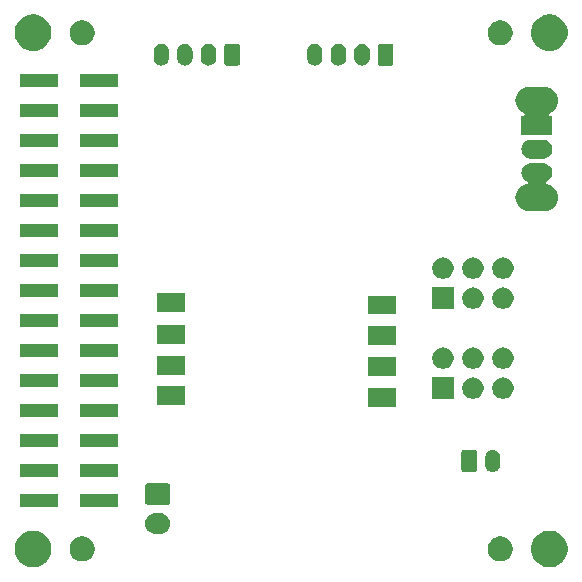
<source format=gbs>
G04 #@! TF.GenerationSoftware,KiCad,Pcbnew,5.1.5+dfsg1-2build2*
G04 #@! TF.CreationDate,2022-01-09T01:51:01+09:00*
G04 #@! TF.ProjectId,m5-pantilt,6d352d70-616e-4746-996c-742e6b696361,1*
G04 #@! TF.SameCoordinates,PX5f5e100PY5f5e100*
G04 #@! TF.FileFunction,Soldermask,Bot*
G04 #@! TF.FilePolarity,Negative*
%FSLAX46Y46*%
G04 Gerber Fmt 4.6, Leading zero omitted, Abs format (unit mm)*
G04 Created by KiCad (PCBNEW 5.1.5+dfsg1-2build2) date 2022-01-09 01:51:01*
%MOMM*%
%LPD*%
G04 APERTURE LIST*
%ADD10C,0.152000*%
G04 APERTURE END LIST*
D10*
G36*
X47152585Y4671198D02*
G01*
X47302410Y4641396D01*
X47584674Y4524479D01*
X47838705Y4354741D01*
X48054741Y4138705D01*
X48224479Y3884674D01*
X48341396Y3602410D01*
X48401000Y3302760D01*
X48401000Y2997240D01*
X48341396Y2697590D01*
X48224479Y2415326D01*
X48054741Y2161295D01*
X47838705Y1945259D01*
X47584674Y1775521D01*
X47302410Y1658604D01*
X47152585Y1628802D01*
X47002761Y1599000D01*
X46697239Y1599000D01*
X46547415Y1628802D01*
X46397590Y1658604D01*
X46115326Y1775521D01*
X45861295Y1945259D01*
X45645259Y2161295D01*
X45475521Y2415326D01*
X45358604Y2697590D01*
X45299000Y2997240D01*
X45299000Y3302760D01*
X45358604Y3602410D01*
X45475521Y3884674D01*
X45645259Y4138705D01*
X45861295Y4354741D01*
X46115326Y4524479D01*
X46397590Y4641396D01*
X46547415Y4671198D01*
X46697239Y4701000D01*
X47002761Y4701000D01*
X47152585Y4671198D01*
G37*
G36*
X3452585Y4671198D02*
G01*
X3602410Y4641396D01*
X3884674Y4524479D01*
X4138705Y4354741D01*
X4354741Y4138705D01*
X4524479Y3884674D01*
X4641396Y3602410D01*
X4701000Y3302760D01*
X4701000Y2997240D01*
X4641396Y2697590D01*
X4524479Y2415326D01*
X4354741Y2161295D01*
X4138705Y1945259D01*
X3884674Y1775521D01*
X3602410Y1658604D01*
X3452585Y1628802D01*
X3302761Y1599000D01*
X2997239Y1599000D01*
X2847415Y1628802D01*
X2697590Y1658604D01*
X2415326Y1775521D01*
X2161295Y1945259D01*
X1945259Y2161295D01*
X1775521Y2415326D01*
X1658604Y2697590D01*
X1599000Y2997240D01*
X1599000Y3302760D01*
X1658604Y3602410D01*
X1775521Y3884674D01*
X1945259Y4138705D01*
X2161295Y4354741D01*
X2415326Y4524479D01*
X2697590Y4641396D01*
X2847415Y4671198D01*
X2997239Y4701000D01*
X3302761Y4701000D01*
X3452585Y4671198D01*
G37*
G36*
X7606564Y4160611D02*
G01*
X7797833Y4081385D01*
X7797835Y4081384D01*
X7969973Y3966365D01*
X8116365Y3819973D01*
X8231385Y3647833D01*
X8310611Y3456564D01*
X8351000Y3253516D01*
X8351000Y3046484D01*
X8310611Y2843436D01*
X8250200Y2697591D01*
X8231384Y2652165D01*
X8116365Y2480027D01*
X7969973Y2333635D01*
X7797835Y2218616D01*
X7797834Y2218615D01*
X7797833Y2218615D01*
X7606564Y2139389D01*
X7403516Y2099000D01*
X7196484Y2099000D01*
X6993436Y2139389D01*
X6802167Y2218615D01*
X6802166Y2218615D01*
X6802165Y2218616D01*
X6630027Y2333635D01*
X6483635Y2480027D01*
X6368616Y2652165D01*
X6349800Y2697591D01*
X6289389Y2843436D01*
X6249000Y3046484D01*
X6249000Y3253516D01*
X6289389Y3456564D01*
X6368615Y3647833D01*
X6483635Y3819973D01*
X6630027Y3966365D01*
X6802165Y4081384D01*
X6802167Y4081385D01*
X6993436Y4160611D01*
X7196484Y4201000D01*
X7403516Y4201000D01*
X7606564Y4160611D01*
G37*
G36*
X43006564Y4160611D02*
G01*
X43197833Y4081385D01*
X43197835Y4081384D01*
X43369973Y3966365D01*
X43516365Y3819973D01*
X43631385Y3647833D01*
X43710611Y3456564D01*
X43751000Y3253516D01*
X43751000Y3046484D01*
X43710611Y2843436D01*
X43650200Y2697591D01*
X43631384Y2652165D01*
X43516365Y2480027D01*
X43369973Y2333635D01*
X43197835Y2218616D01*
X43197834Y2218615D01*
X43197833Y2218615D01*
X43006564Y2139389D01*
X42803516Y2099000D01*
X42596484Y2099000D01*
X42393436Y2139389D01*
X42202167Y2218615D01*
X42202166Y2218615D01*
X42202165Y2218616D01*
X42030027Y2333635D01*
X41883635Y2480027D01*
X41768616Y2652165D01*
X41749800Y2697591D01*
X41689389Y2843436D01*
X41649000Y3046484D01*
X41649000Y3253516D01*
X41689389Y3456564D01*
X41768615Y3647833D01*
X41883635Y3819973D01*
X42030027Y3966365D01*
X42202165Y4081384D01*
X42202167Y4081385D01*
X42393436Y4160611D01*
X42596484Y4201000D01*
X42803516Y4201000D01*
X43006564Y4160611D01*
G37*
G36*
X13960443Y6194481D02*
G01*
X14026627Y6187963D01*
X14196466Y6136443D01*
X14352991Y6052778D01*
X14388729Y6023448D01*
X14490186Y5940186D01*
X14573448Y5838729D01*
X14602778Y5802991D01*
X14686443Y5646466D01*
X14737963Y5476627D01*
X14755359Y5300000D01*
X14737963Y5123373D01*
X14686443Y4953534D01*
X14602778Y4797009D01*
X14573448Y4761271D01*
X14490186Y4659814D01*
X14388729Y4576552D01*
X14352991Y4547222D01*
X14196466Y4463557D01*
X14026627Y4412037D01*
X13960442Y4405518D01*
X13894260Y4399000D01*
X13505740Y4399000D01*
X13439558Y4405518D01*
X13373373Y4412037D01*
X13203534Y4463557D01*
X13047009Y4547222D01*
X13011271Y4576552D01*
X12909814Y4659814D01*
X12826552Y4761271D01*
X12797222Y4797009D01*
X12713557Y4953534D01*
X12662037Y5123373D01*
X12644641Y5300000D01*
X12662037Y5476627D01*
X12713557Y5646466D01*
X12797222Y5802991D01*
X12826552Y5838729D01*
X12909814Y5940186D01*
X13011271Y6023448D01*
X13047009Y6052778D01*
X13203534Y6136443D01*
X13373373Y6187963D01*
X13439557Y6194481D01*
X13505740Y6201000D01*
X13894260Y6201000D01*
X13960443Y6194481D01*
G37*
G36*
X10351000Y6669000D02*
G01*
X7099000Y6669000D01*
X7099000Y7771000D01*
X10351000Y7771000D01*
X10351000Y6669000D01*
G37*
G36*
X5301000Y6669000D02*
G01*
X2049000Y6669000D01*
X2049000Y7771000D01*
X5301000Y7771000D01*
X5301000Y6669000D01*
G37*
G36*
X14608600Y8697011D02*
G01*
X14641652Y8686985D01*
X14672103Y8670708D01*
X14698799Y8648799D01*
X14720708Y8622103D01*
X14736985Y8591652D01*
X14747011Y8558600D01*
X14751000Y8518097D01*
X14751000Y7081903D01*
X14747011Y7041400D01*
X14736985Y7008348D01*
X14720708Y6977897D01*
X14698799Y6951201D01*
X14672103Y6929292D01*
X14641652Y6913015D01*
X14608600Y6902989D01*
X14568097Y6899000D01*
X12831903Y6899000D01*
X12791400Y6902989D01*
X12758348Y6913015D01*
X12727897Y6929292D01*
X12701201Y6951201D01*
X12679292Y6977897D01*
X12663015Y7008348D01*
X12652989Y7041400D01*
X12649000Y7081903D01*
X12649000Y8518097D01*
X12652989Y8558600D01*
X12663015Y8591652D01*
X12679292Y8622103D01*
X12701201Y8648799D01*
X12727897Y8670708D01*
X12758348Y8686985D01*
X12791400Y8697011D01*
X12831903Y8701000D01*
X14568097Y8701000D01*
X14608600Y8697011D01*
G37*
G36*
X5301000Y9209000D02*
G01*
X2049000Y9209000D01*
X2049000Y10311000D01*
X5301000Y10311000D01*
X5301000Y9209000D01*
G37*
G36*
X10351000Y9209000D02*
G01*
X7099000Y9209000D01*
X7099000Y10311000D01*
X10351000Y10311000D01*
X10351000Y9209000D01*
G37*
G36*
X42187617Y11516580D02*
G01*
X42268399Y11492075D01*
X42310335Y11479354D01*
X42423424Y11418906D01*
X42522554Y11337553D01*
X42603906Y11238425D01*
X42664354Y11125336D01*
X42674040Y11093404D01*
X42701580Y11002618D01*
X42711000Y10906973D01*
X42711000Y10293027D01*
X42701580Y10197382D01*
X42674040Y10106596D01*
X42664354Y10074664D01*
X42603906Y9961575D01*
X42522554Y9862446D01*
X42423425Y9781094D01*
X42310336Y9720646D01*
X42278404Y9710960D01*
X42187618Y9683420D01*
X42060000Y9670851D01*
X41932383Y9683420D01*
X41841597Y9710960D01*
X41809665Y9720646D01*
X41696576Y9781094D01*
X41597447Y9862446D01*
X41516096Y9961573D01*
X41516095Y9961575D01*
X41455647Y10074664D01*
X41455645Y10074667D01*
X41443237Y10115573D01*
X41418420Y10197382D01*
X41409000Y10293027D01*
X41409000Y10906972D01*
X41418420Y11002617D01*
X41455645Y11125331D01*
X41455646Y11125335D01*
X41516094Y11238424D01*
X41597447Y11337554D01*
X41696575Y11418906D01*
X41809664Y11479354D01*
X41851600Y11492075D01*
X41932382Y11516580D01*
X42060000Y11529149D01*
X42187617Y11516580D01*
G37*
G36*
X40551242Y11521596D02*
G01*
X40588337Y11510343D01*
X40622515Y11492075D01*
X40652481Y11467481D01*
X40677075Y11437515D01*
X40695343Y11403337D01*
X40706596Y11366242D01*
X40711000Y11321526D01*
X40711000Y9878474D01*
X40706596Y9833758D01*
X40695343Y9796663D01*
X40677075Y9762485D01*
X40652481Y9732519D01*
X40622515Y9707925D01*
X40588337Y9689657D01*
X40551242Y9678404D01*
X40506526Y9674000D01*
X39613474Y9674000D01*
X39568758Y9678404D01*
X39531663Y9689657D01*
X39497485Y9707925D01*
X39467519Y9732519D01*
X39442925Y9762485D01*
X39424657Y9796663D01*
X39413404Y9833758D01*
X39409000Y9878474D01*
X39409000Y11321526D01*
X39413404Y11366242D01*
X39424657Y11403337D01*
X39442925Y11437515D01*
X39467519Y11467481D01*
X39497485Y11492075D01*
X39531663Y11510343D01*
X39568758Y11521596D01*
X39613474Y11526000D01*
X40506526Y11526000D01*
X40551242Y11521596D01*
G37*
G36*
X5301000Y11749000D02*
G01*
X2049000Y11749000D01*
X2049000Y12851000D01*
X5301000Y12851000D01*
X5301000Y11749000D01*
G37*
G36*
X10351000Y11749000D02*
G01*
X7099000Y11749000D01*
X7099000Y12851000D01*
X10351000Y12851000D01*
X10351000Y11749000D01*
G37*
G36*
X5301000Y14289000D02*
G01*
X2049000Y14289000D01*
X2049000Y15391000D01*
X5301000Y15391000D01*
X5301000Y14289000D01*
G37*
G36*
X10351000Y14289000D02*
G01*
X7099000Y14289000D01*
X7099000Y15391000D01*
X10351000Y15391000D01*
X10351000Y14289000D01*
G37*
G36*
X33901000Y15199000D02*
G01*
X31499000Y15199000D01*
X31499000Y16801000D01*
X33901000Y16801000D01*
X33901000Y15199000D01*
G37*
G36*
X16001000Y15299000D02*
G01*
X13599000Y15299000D01*
X13599000Y16901000D01*
X16001000Y16901000D01*
X16001000Y15299000D01*
G37*
G36*
X40499512Y17660073D02*
G01*
X40648812Y17630376D01*
X40812784Y17562456D01*
X40960354Y17463853D01*
X41085853Y17338354D01*
X41184456Y17190784D01*
X41252376Y17026812D01*
X41287000Y16852741D01*
X41287000Y16675259D01*
X41252376Y16501188D01*
X41184456Y16337216D01*
X41085853Y16189646D01*
X40960354Y16064147D01*
X40812784Y15965544D01*
X40648812Y15897624D01*
X40499512Y15867927D01*
X40474742Y15863000D01*
X40297258Y15863000D01*
X40272488Y15867927D01*
X40123188Y15897624D01*
X39959216Y15965544D01*
X39811646Y16064147D01*
X39686147Y16189646D01*
X39587544Y16337216D01*
X39519624Y16501188D01*
X39485000Y16675259D01*
X39485000Y16852741D01*
X39519624Y17026812D01*
X39587544Y17190784D01*
X39686147Y17338354D01*
X39811646Y17463853D01*
X39959216Y17562456D01*
X40123188Y17630376D01*
X40272488Y17660073D01*
X40297258Y17665000D01*
X40474742Y17665000D01*
X40499512Y17660073D01*
G37*
G36*
X43039512Y17660073D02*
G01*
X43188812Y17630376D01*
X43352784Y17562456D01*
X43500354Y17463853D01*
X43625853Y17338354D01*
X43724456Y17190784D01*
X43792376Y17026812D01*
X43827000Y16852741D01*
X43827000Y16675259D01*
X43792376Y16501188D01*
X43724456Y16337216D01*
X43625853Y16189646D01*
X43500354Y16064147D01*
X43352784Y15965544D01*
X43188812Y15897624D01*
X43039512Y15867927D01*
X43014742Y15863000D01*
X42837258Y15863000D01*
X42812488Y15867927D01*
X42663188Y15897624D01*
X42499216Y15965544D01*
X42351646Y16064147D01*
X42226147Y16189646D01*
X42127544Y16337216D01*
X42059624Y16501188D01*
X42025000Y16675259D01*
X42025000Y16852741D01*
X42059624Y17026812D01*
X42127544Y17190784D01*
X42226147Y17338354D01*
X42351646Y17463853D01*
X42499216Y17562456D01*
X42663188Y17630376D01*
X42812488Y17660073D01*
X42837258Y17665000D01*
X43014742Y17665000D01*
X43039512Y17660073D01*
G37*
G36*
X38747000Y15863000D02*
G01*
X36945000Y15863000D01*
X36945000Y17665000D01*
X38747000Y17665000D01*
X38747000Y15863000D01*
G37*
G36*
X5301000Y16829000D02*
G01*
X2049000Y16829000D01*
X2049000Y17931000D01*
X5301000Y17931000D01*
X5301000Y16829000D01*
G37*
G36*
X10351000Y16829000D02*
G01*
X7099000Y16829000D01*
X7099000Y17931000D01*
X10351000Y17931000D01*
X10351000Y16829000D01*
G37*
G36*
X33901000Y17799000D02*
G01*
X31499000Y17799000D01*
X31499000Y19401000D01*
X33901000Y19401000D01*
X33901000Y17799000D01*
G37*
G36*
X16001000Y17899000D02*
G01*
X13599000Y17899000D01*
X13599000Y19501000D01*
X16001000Y19501000D01*
X16001000Y17899000D01*
G37*
G36*
X43039512Y20200073D02*
G01*
X43188812Y20170376D01*
X43352784Y20102456D01*
X43500354Y20003853D01*
X43625853Y19878354D01*
X43724456Y19730784D01*
X43792376Y19566812D01*
X43827000Y19392741D01*
X43827000Y19215259D01*
X43792376Y19041188D01*
X43724456Y18877216D01*
X43625853Y18729646D01*
X43500354Y18604147D01*
X43352784Y18505544D01*
X43188812Y18437624D01*
X43039512Y18407927D01*
X43014742Y18403000D01*
X42837258Y18403000D01*
X42812488Y18407927D01*
X42663188Y18437624D01*
X42499216Y18505544D01*
X42351646Y18604147D01*
X42226147Y18729646D01*
X42127544Y18877216D01*
X42059624Y19041188D01*
X42025000Y19215259D01*
X42025000Y19392741D01*
X42059624Y19566812D01*
X42127544Y19730784D01*
X42226147Y19878354D01*
X42351646Y20003853D01*
X42499216Y20102456D01*
X42663188Y20170376D01*
X42812488Y20200073D01*
X42837258Y20205000D01*
X43014742Y20205000D01*
X43039512Y20200073D01*
G37*
G36*
X40499512Y20200073D02*
G01*
X40648812Y20170376D01*
X40812784Y20102456D01*
X40960354Y20003853D01*
X41085853Y19878354D01*
X41184456Y19730784D01*
X41252376Y19566812D01*
X41287000Y19392741D01*
X41287000Y19215259D01*
X41252376Y19041188D01*
X41184456Y18877216D01*
X41085853Y18729646D01*
X40960354Y18604147D01*
X40812784Y18505544D01*
X40648812Y18437624D01*
X40499512Y18407927D01*
X40474742Y18403000D01*
X40297258Y18403000D01*
X40272488Y18407927D01*
X40123188Y18437624D01*
X39959216Y18505544D01*
X39811646Y18604147D01*
X39686147Y18729646D01*
X39587544Y18877216D01*
X39519624Y19041188D01*
X39485000Y19215259D01*
X39485000Y19392741D01*
X39519624Y19566812D01*
X39587544Y19730784D01*
X39686147Y19878354D01*
X39811646Y20003853D01*
X39959216Y20102456D01*
X40123188Y20170376D01*
X40272488Y20200073D01*
X40297258Y20205000D01*
X40474742Y20205000D01*
X40499512Y20200073D01*
G37*
G36*
X37959512Y20200073D02*
G01*
X38108812Y20170376D01*
X38272784Y20102456D01*
X38420354Y20003853D01*
X38545853Y19878354D01*
X38644456Y19730784D01*
X38712376Y19566812D01*
X38747000Y19392741D01*
X38747000Y19215259D01*
X38712376Y19041188D01*
X38644456Y18877216D01*
X38545853Y18729646D01*
X38420354Y18604147D01*
X38272784Y18505544D01*
X38108812Y18437624D01*
X37959512Y18407927D01*
X37934742Y18403000D01*
X37757258Y18403000D01*
X37732488Y18407927D01*
X37583188Y18437624D01*
X37419216Y18505544D01*
X37271646Y18604147D01*
X37146147Y18729646D01*
X37047544Y18877216D01*
X36979624Y19041188D01*
X36945000Y19215259D01*
X36945000Y19392741D01*
X36979624Y19566812D01*
X37047544Y19730784D01*
X37146147Y19878354D01*
X37271646Y20003853D01*
X37419216Y20102456D01*
X37583188Y20170376D01*
X37732488Y20200073D01*
X37757258Y20205000D01*
X37934742Y20205000D01*
X37959512Y20200073D01*
G37*
G36*
X10351000Y19369000D02*
G01*
X7099000Y19369000D01*
X7099000Y20471000D01*
X10351000Y20471000D01*
X10351000Y19369000D01*
G37*
G36*
X5301000Y19369000D02*
G01*
X2049000Y19369000D01*
X2049000Y20471000D01*
X5301000Y20471000D01*
X5301000Y19369000D01*
G37*
G36*
X33901000Y20399000D02*
G01*
X31499000Y20399000D01*
X31499000Y22001000D01*
X33901000Y22001000D01*
X33901000Y20399000D01*
G37*
G36*
X16001000Y20499000D02*
G01*
X13599000Y20499000D01*
X13599000Y22101000D01*
X16001000Y22101000D01*
X16001000Y20499000D01*
G37*
G36*
X10351000Y21909000D02*
G01*
X7099000Y21909000D01*
X7099000Y23011000D01*
X10351000Y23011000D01*
X10351000Y21909000D01*
G37*
G36*
X5301000Y21909000D02*
G01*
X2049000Y21909000D01*
X2049000Y23011000D01*
X5301000Y23011000D01*
X5301000Y21909000D01*
G37*
G36*
X33901000Y22999000D02*
G01*
X31499000Y22999000D01*
X31499000Y24601000D01*
X33901000Y24601000D01*
X33901000Y22999000D01*
G37*
G36*
X16001000Y23199000D02*
G01*
X13599000Y23199000D01*
X13599000Y24801000D01*
X16001000Y24801000D01*
X16001000Y23199000D01*
G37*
G36*
X38747000Y23483000D02*
G01*
X36945000Y23483000D01*
X36945000Y25285000D01*
X38747000Y25285000D01*
X38747000Y23483000D01*
G37*
G36*
X43039512Y25280073D02*
G01*
X43188812Y25250376D01*
X43352784Y25182456D01*
X43500354Y25083853D01*
X43625853Y24958354D01*
X43724456Y24810784D01*
X43792376Y24646812D01*
X43827000Y24472741D01*
X43827000Y24295259D01*
X43792376Y24121188D01*
X43724456Y23957216D01*
X43625853Y23809646D01*
X43500354Y23684147D01*
X43352784Y23585544D01*
X43188812Y23517624D01*
X43039512Y23487927D01*
X43014742Y23483000D01*
X42837258Y23483000D01*
X42812488Y23487927D01*
X42663188Y23517624D01*
X42499216Y23585544D01*
X42351646Y23684147D01*
X42226147Y23809646D01*
X42127544Y23957216D01*
X42059624Y24121188D01*
X42025000Y24295259D01*
X42025000Y24472741D01*
X42059624Y24646812D01*
X42127544Y24810784D01*
X42226147Y24958354D01*
X42351646Y25083853D01*
X42499216Y25182456D01*
X42663188Y25250376D01*
X42812488Y25280073D01*
X42837258Y25285000D01*
X43014742Y25285000D01*
X43039512Y25280073D01*
G37*
G36*
X40499512Y25280073D02*
G01*
X40648812Y25250376D01*
X40812784Y25182456D01*
X40960354Y25083853D01*
X41085853Y24958354D01*
X41184456Y24810784D01*
X41252376Y24646812D01*
X41287000Y24472741D01*
X41287000Y24295259D01*
X41252376Y24121188D01*
X41184456Y23957216D01*
X41085853Y23809646D01*
X40960354Y23684147D01*
X40812784Y23585544D01*
X40648812Y23517624D01*
X40499512Y23487927D01*
X40474742Y23483000D01*
X40297258Y23483000D01*
X40272488Y23487927D01*
X40123188Y23517624D01*
X39959216Y23585544D01*
X39811646Y23684147D01*
X39686147Y23809646D01*
X39587544Y23957216D01*
X39519624Y24121188D01*
X39485000Y24295259D01*
X39485000Y24472741D01*
X39519624Y24646812D01*
X39587544Y24810784D01*
X39686147Y24958354D01*
X39811646Y25083853D01*
X39959216Y25182456D01*
X40123188Y25250376D01*
X40272488Y25280073D01*
X40297258Y25285000D01*
X40474742Y25285000D01*
X40499512Y25280073D01*
G37*
G36*
X5301000Y24449000D02*
G01*
X2049000Y24449000D01*
X2049000Y25551000D01*
X5301000Y25551000D01*
X5301000Y24449000D01*
G37*
G36*
X10351000Y24449000D02*
G01*
X7099000Y24449000D01*
X7099000Y25551000D01*
X10351000Y25551000D01*
X10351000Y24449000D01*
G37*
G36*
X43039512Y27820073D02*
G01*
X43188812Y27790376D01*
X43352784Y27722456D01*
X43500354Y27623853D01*
X43625853Y27498354D01*
X43724456Y27350784D01*
X43792376Y27186812D01*
X43827000Y27012741D01*
X43827000Y26835259D01*
X43792376Y26661188D01*
X43724456Y26497216D01*
X43625853Y26349646D01*
X43500354Y26224147D01*
X43352784Y26125544D01*
X43188812Y26057624D01*
X43039512Y26027927D01*
X43014742Y26023000D01*
X42837258Y26023000D01*
X42812488Y26027927D01*
X42663188Y26057624D01*
X42499216Y26125544D01*
X42351646Y26224147D01*
X42226147Y26349646D01*
X42127544Y26497216D01*
X42059624Y26661188D01*
X42025000Y26835259D01*
X42025000Y27012741D01*
X42059624Y27186812D01*
X42127544Y27350784D01*
X42226147Y27498354D01*
X42351646Y27623853D01*
X42499216Y27722456D01*
X42663188Y27790376D01*
X42812488Y27820073D01*
X42837258Y27825000D01*
X43014742Y27825000D01*
X43039512Y27820073D01*
G37*
G36*
X40499512Y27820073D02*
G01*
X40648812Y27790376D01*
X40812784Y27722456D01*
X40960354Y27623853D01*
X41085853Y27498354D01*
X41184456Y27350784D01*
X41252376Y27186812D01*
X41287000Y27012741D01*
X41287000Y26835259D01*
X41252376Y26661188D01*
X41184456Y26497216D01*
X41085853Y26349646D01*
X40960354Y26224147D01*
X40812784Y26125544D01*
X40648812Y26057624D01*
X40499512Y26027927D01*
X40474742Y26023000D01*
X40297258Y26023000D01*
X40272488Y26027927D01*
X40123188Y26057624D01*
X39959216Y26125544D01*
X39811646Y26224147D01*
X39686147Y26349646D01*
X39587544Y26497216D01*
X39519624Y26661188D01*
X39485000Y26835259D01*
X39485000Y27012741D01*
X39519624Y27186812D01*
X39587544Y27350784D01*
X39686147Y27498354D01*
X39811646Y27623853D01*
X39959216Y27722456D01*
X40123188Y27790376D01*
X40272488Y27820073D01*
X40297258Y27825000D01*
X40474742Y27825000D01*
X40499512Y27820073D01*
G37*
G36*
X37959512Y27820073D02*
G01*
X38108812Y27790376D01*
X38272784Y27722456D01*
X38420354Y27623853D01*
X38545853Y27498354D01*
X38644456Y27350784D01*
X38712376Y27186812D01*
X38747000Y27012741D01*
X38747000Y26835259D01*
X38712376Y26661188D01*
X38644456Y26497216D01*
X38545853Y26349646D01*
X38420354Y26224147D01*
X38272784Y26125544D01*
X38108812Y26057624D01*
X37959512Y26027927D01*
X37934742Y26023000D01*
X37757258Y26023000D01*
X37732488Y26027927D01*
X37583188Y26057624D01*
X37419216Y26125544D01*
X37271646Y26224147D01*
X37146147Y26349646D01*
X37047544Y26497216D01*
X36979624Y26661188D01*
X36945000Y26835259D01*
X36945000Y27012741D01*
X36979624Y27186812D01*
X37047544Y27350784D01*
X37146147Y27498354D01*
X37271646Y27623853D01*
X37419216Y27722456D01*
X37583188Y27790376D01*
X37732488Y27820073D01*
X37757258Y27825000D01*
X37934742Y27825000D01*
X37959512Y27820073D01*
G37*
G36*
X10351000Y26989000D02*
G01*
X7099000Y26989000D01*
X7099000Y28091000D01*
X10351000Y28091000D01*
X10351000Y26989000D01*
G37*
G36*
X5301000Y26989000D02*
G01*
X2049000Y26989000D01*
X2049000Y28091000D01*
X5301000Y28091000D01*
X5301000Y26989000D01*
G37*
G36*
X10351000Y29529000D02*
G01*
X7099000Y29529000D01*
X7099000Y30631000D01*
X10351000Y30631000D01*
X10351000Y29529000D01*
G37*
G36*
X5301000Y29529000D02*
G01*
X2049000Y29529000D01*
X2049000Y30631000D01*
X5301000Y30631000D01*
X5301000Y29529000D01*
G37*
G36*
X46378571Y35797137D02*
G01*
X46457023Y35789410D01*
X46557682Y35758875D01*
X46608013Y35743608D01*
X46747165Y35669229D01*
X46869133Y35569133D01*
X46969229Y35447165D01*
X47043608Y35308013D01*
X47043608Y35308012D01*
X47089410Y35157023D01*
X47104875Y35000000D01*
X47089410Y34842977D01*
X47058875Y34742318D01*
X47043608Y34691987D01*
X46969229Y34552835D01*
X46869133Y34430867D01*
X46747165Y34330771D01*
X46631161Y34268765D01*
X46610787Y34255151D01*
X46593460Y34237824D01*
X46579846Y34217450D01*
X46570469Y34194811D01*
X46565689Y34170777D01*
X46565689Y34146273D01*
X46570470Y34122240D01*
X46579847Y34099601D01*
X46593461Y34079227D01*
X46610788Y34061900D01*
X46631162Y34048286D01*
X46653801Y34038909D01*
X46673516Y34034988D01*
X46675631Y34034346D01*
X46675635Y34034346D01*
X46892600Y33968530D01*
X46892602Y33968529D01*
X47092555Y33861653D01*
X47267818Y33717818D01*
X47411653Y33542555D01*
X47518529Y33342602D01*
X47518530Y33342600D01*
X47584346Y33125635D01*
X47584346Y33125634D01*
X47606569Y32900000D01*
X47584346Y32674366D01*
X47518529Y32457398D01*
X47411653Y32257445D01*
X47267818Y32082182D01*
X47092555Y31938347D01*
X46892602Y31831471D01*
X46892600Y31831470D01*
X46675635Y31765654D01*
X46619271Y31760103D01*
X46506545Y31749000D01*
X45093455Y31749000D01*
X44980729Y31760103D01*
X44924365Y31765654D01*
X44707400Y31831470D01*
X44707398Y31831471D01*
X44507445Y31938347D01*
X44332182Y32082182D01*
X44188347Y32257445D01*
X44081471Y32457398D01*
X44015654Y32674366D01*
X43993431Y32900000D01*
X44015654Y33125634D01*
X44015654Y33125635D01*
X44081470Y33342600D01*
X44081471Y33342602D01*
X44188347Y33542555D01*
X44332182Y33717818D01*
X44507445Y33861653D01*
X44707398Y33968529D01*
X44707400Y33968530D01*
X44924365Y34034346D01*
X44924369Y34034346D01*
X44926484Y34034988D01*
X44946197Y34038909D01*
X44968836Y34048285D01*
X44989210Y34061899D01*
X45006538Y34079225D01*
X45020152Y34099599D01*
X45029530Y34122238D01*
X45034311Y34146271D01*
X45034311Y34170775D01*
X45029531Y34194809D01*
X45020155Y34217448D01*
X45006541Y34237822D01*
X44989215Y34255150D01*
X44968839Y34268765D01*
X44852835Y34330771D01*
X44730867Y34430867D01*
X44630771Y34552835D01*
X44556392Y34691987D01*
X44541125Y34742318D01*
X44510590Y34842977D01*
X44495125Y35000000D01*
X44510590Y35157023D01*
X44556392Y35308012D01*
X44556392Y35308013D01*
X44630771Y35447165D01*
X44730867Y35569133D01*
X44852835Y35669229D01*
X44991987Y35743608D01*
X45042318Y35758875D01*
X45142977Y35789410D01*
X45221429Y35797137D01*
X45260654Y35801000D01*
X46339346Y35801000D01*
X46378571Y35797137D01*
G37*
G36*
X5301000Y32069000D02*
G01*
X2049000Y32069000D01*
X2049000Y33171000D01*
X5301000Y33171000D01*
X5301000Y32069000D01*
G37*
G36*
X10351000Y32069000D02*
G01*
X7099000Y32069000D01*
X7099000Y33171000D01*
X10351000Y33171000D01*
X10351000Y32069000D01*
G37*
G36*
X5301000Y34609000D02*
G01*
X2049000Y34609000D01*
X2049000Y35711000D01*
X5301000Y35711000D01*
X5301000Y34609000D01*
G37*
G36*
X10351000Y34609000D02*
G01*
X7099000Y34609000D01*
X7099000Y35711000D01*
X10351000Y35711000D01*
X10351000Y34609000D01*
G37*
G36*
X46378571Y37797137D02*
G01*
X46457023Y37789410D01*
X46557682Y37758875D01*
X46608013Y37743608D01*
X46747165Y37669229D01*
X46869133Y37569133D01*
X46969229Y37447165D01*
X47043608Y37308013D01*
X47043608Y37308012D01*
X47089410Y37157023D01*
X47104875Y37000000D01*
X47089410Y36842977D01*
X47058875Y36742318D01*
X47043608Y36691987D01*
X46969229Y36552835D01*
X46869133Y36430867D01*
X46747165Y36330771D01*
X46608013Y36256392D01*
X46557682Y36241125D01*
X46457023Y36210590D01*
X46378571Y36202863D01*
X46339346Y36199000D01*
X45260654Y36199000D01*
X45221429Y36202863D01*
X45142977Y36210590D01*
X45042318Y36241125D01*
X44991987Y36256392D01*
X44852835Y36330771D01*
X44730867Y36430867D01*
X44630771Y36552835D01*
X44556392Y36691987D01*
X44541125Y36742318D01*
X44510590Y36842977D01*
X44495125Y37000000D01*
X44510590Y37157023D01*
X44556392Y37308012D01*
X44556392Y37308013D01*
X44630771Y37447165D01*
X44730867Y37569133D01*
X44852835Y37669229D01*
X44991987Y37743608D01*
X45042318Y37758875D01*
X45142977Y37789410D01*
X45221429Y37797137D01*
X45260654Y37801000D01*
X46339346Y37801000D01*
X46378571Y37797137D01*
G37*
G36*
X5301000Y37149000D02*
G01*
X2049000Y37149000D01*
X2049000Y38251000D01*
X5301000Y38251000D01*
X5301000Y37149000D01*
G37*
G36*
X10351000Y37149000D02*
G01*
X7099000Y37149000D01*
X7099000Y38251000D01*
X10351000Y38251000D01*
X10351000Y37149000D01*
G37*
G36*
X46619271Y42239897D02*
G01*
X46675635Y42234346D01*
X46892600Y42168530D01*
X46892602Y42168529D01*
X47092555Y42061653D01*
X47267818Y41917818D01*
X47411653Y41742555D01*
X47518529Y41542602D01*
X47584346Y41325634D01*
X47606569Y41100000D01*
X47584346Y40874366D01*
X47518529Y40657398D01*
X47411653Y40457445D01*
X47267818Y40282182D01*
X47092555Y40138347D01*
X46901521Y40036238D01*
X46881147Y40022625D01*
X46863820Y40005298D01*
X46850206Y39984923D01*
X46840828Y39962285D01*
X46836048Y39938251D01*
X46836048Y39913747D01*
X46840828Y39889714D01*
X46850206Y39867075D01*
X46863819Y39846701D01*
X46881146Y39829374D01*
X46901521Y39815760D01*
X46924159Y39806382D01*
X46948193Y39801602D01*
X46960445Y39801000D01*
X47101000Y39801000D01*
X47101000Y38199000D01*
X44499000Y38199000D01*
X44499000Y39801000D01*
X44639555Y39801000D01*
X44663941Y39803402D01*
X44687390Y39810515D01*
X44709001Y39822066D01*
X44727943Y39837611D01*
X44743488Y39856553D01*
X44755039Y39878164D01*
X44762152Y39901613D01*
X44764554Y39925999D01*
X44762152Y39950385D01*
X44755039Y39973834D01*
X44743488Y39995445D01*
X44727943Y40014387D01*
X44709001Y40029932D01*
X44698479Y40036238D01*
X44507445Y40138347D01*
X44332182Y40282182D01*
X44188347Y40457445D01*
X44081471Y40657398D01*
X44015654Y40874366D01*
X43993431Y41100000D01*
X44015654Y41325634D01*
X44081471Y41542602D01*
X44188347Y41742555D01*
X44332182Y41917818D01*
X44507445Y42061653D01*
X44707398Y42168529D01*
X44707400Y42168530D01*
X44924365Y42234346D01*
X44980729Y42239897D01*
X45093455Y42251000D01*
X46506545Y42251000D01*
X46619271Y42239897D01*
G37*
G36*
X10351000Y39689000D02*
G01*
X7099000Y39689000D01*
X7099000Y40791000D01*
X10351000Y40791000D01*
X10351000Y39689000D01*
G37*
G36*
X5301000Y39689000D02*
G01*
X2049000Y39689000D01*
X2049000Y40791000D01*
X5301000Y40791000D01*
X5301000Y39689000D01*
G37*
G36*
X5301000Y42229000D02*
G01*
X2049000Y42229000D01*
X2049000Y43331000D01*
X5301000Y43331000D01*
X5301000Y42229000D01*
G37*
G36*
X10351000Y42229000D02*
G01*
X7099000Y42229000D01*
X7099000Y43331000D01*
X10351000Y43331000D01*
X10351000Y42229000D01*
G37*
G36*
X16127618Y45916580D02*
G01*
X16208400Y45892075D01*
X16250336Y45879354D01*
X16363425Y45818906D01*
X16462554Y45737554D01*
X16543906Y45638425D01*
X16604354Y45525336D01*
X16604355Y45525332D01*
X16641580Y45402618D01*
X16651000Y45306973D01*
X16651000Y44693027D01*
X16641580Y44597382D01*
X16614040Y44506596D01*
X16604354Y44474664D01*
X16543906Y44361575D01*
X16462554Y44262447D01*
X16363424Y44181094D01*
X16250335Y44120646D01*
X16218403Y44110960D01*
X16127617Y44083420D01*
X16000000Y44070851D01*
X15872382Y44083420D01*
X15781596Y44110960D01*
X15749664Y44120646D01*
X15636575Y44181094D01*
X15537447Y44262446D01*
X15456094Y44361576D01*
X15395646Y44474665D01*
X15385960Y44506597D01*
X15358420Y44597383D01*
X15349000Y44693028D01*
X15349000Y45306973D01*
X15358420Y45402618D01*
X15395645Y45525332D01*
X15395645Y45525333D01*
X15427957Y45585783D01*
X15456095Y45638426D01*
X15469493Y45654751D01*
X15537447Y45737554D01*
X15636576Y45818906D01*
X15749665Y45879354D01*
X15791601Y45892075D01*
X15872383Y45916580D01*
X16000000Y45929149D01*
X16127618Y45916580D01*
G37*
G36*
X27127618Y45916580D02*
G01*
X27208400Y45892075D01*
X27250336Y45879354D01*
X27363425Y45818906D01*
X27462554Y45737554D01*
X27543906Y45638425D01*
X27604354Y45525336D01*
X27604355Y45525332D01*
X27641580Y45402618D01*
X27651000Y45306973D01*
X27651000Y44693027D01*
X27641580Y44597382D01*
X27614040Y44506596D01*
X27604354Y44474664D01*
X27543906Y44361575D01*
X27462554Y44262447D01*
X27363424Y44181094D01*
X27250335Y44120646D01*
X27218403Y44110960D01*
X27127617Y44083420D01*
X27000000Y44070851D01*
X26872382Y44083420D01*
X26781596Y44110960D01*
X26749664Y44120646D01*
X26636575Y44181094D01*
X26537447Y44262446D01*
X26456094Y44361576D01*
X26395646Y44474665D01*
X26385960Y44506597D01*
X26358420Y44597383D01*
X26349000Y44693028D01*
X26349000Y45306973D01*
X26358420Y45402618D01*
X26395645Y45525332D01*
X26395645Y45525333D01*
X26427957Y45585783D01*
X26456095Y45638426D01*
X26469493Y45654751D01*
X26537447Y45737554D01*
X26636576Y45818906D01*
X26749665Y45879354D01*
X26791601Y45892075D01*
X26872383Y45916580D01*
X27000000Y45929149D01*
X27127618Y45916580D01*
G37*
G36*
X18127618Y45916580D02*
G01*
X18208400Y45892075D01*
X18250336Y45879354D01*
X18363425Y45818906D01*
X18462554Y45737554D01*
X18543906Y45638425D01*
X18604354Y45525336D01*
X18604355Y45525332D01*
X18641580Y45402618D01*
X18651000Y45306973D01*
X18651000Y44693027D01*
X18641580Y44597382D01*
X18614040Y44506596D01*
X18604354Y44474664D01*
X18543906Y44361575D01*
X18462554Y44262447D01*
X18363424Y44181094D01*
X18250335Y44120646D01*
X18218403Y44110960D01*
X18127617Y44083420D01*
X18000000Y44070851D01*
X17872382Y44083420D01*
X17781596Y44110960D01*
X17749664Y44120646D01*
X17636575Y44181094D01*
X17537447Y44262446D01*
X17456094Y44361576D01*
X17395646Y44474665D01*
X17385960Y44506597D01*
X17358420Y44597383D01*
X17349000Y44693028D01*
X17349000Y45306973D01*
X17358420Y45402618D01*
X17395645Y45525332D01*
X17395645Y45525333D01*
X17427957Y45585783D01*
X17456095Y45638426D01*
X17469493Y45654751D01*
X17537447Y45737554D01*
X17636576Y45818906D01*
X17749665Y45879354D01*
X17791601Y45892075D01*
X17872383Y45916580D01*
X18000000Y45929149D01*
X18127618Y45916580D01*
G37*
G36*
X29127618Y45916580D02*
G01*
X29208400Y45892075D01*
X29250336Y45879354D01*
X29363425Y45818906D01*
X29462554Y45737554D01*
X29543906Y45638425D01*
X29604354Y45525336D01*
X29604355Y45525332D01*
X29641580Y45402618D01*
X29651000Y45306973D01*
X29651000Y44693027D01*
X29641580Y44597382D01*
X29614040Y44506596D01*
X29604354Y44474664D01*
X29543906Y44361575D01*
X29462554Y44262447D01*
X29363424Y44181094D01*
X29250335Y44120646D01*
X29218403Y44110960D01*
X29127617Y44083420D01*
X29000000Y44070851D01*
X28872382Y44083420D01*
X28781596Y44110960D01*
X28749664Y44120646D01*
X28636575Y44181094D01*
X28537447Y44262446D01*
X28456094Y44361576D01*
X28395646Y44474665D01*
X28385960Y44506597D01*
X28358420Y44597383D01*
X28349000Y44693028D01*
X28349000Y45306973D01*
X28358420Y45402618D01*
X28395645Y45525332D01*
X28395645Y45525333D01*
X28427957Y45585783D01*
X28456095Y45638426D01*
X28469493Y45654751D01*
X28537447Y45737554D01*
X28636576Y45818906D01*
X28749665Y45879354D01*
X28791601Y45892075D01*
X28872383Y45916580D01*
X29000000Y45929149D01*
X29127618Y45916580D01*
G37*
G36*
X31127618Y45916580D02*
G01*
X31208400Y45892075D01*
X31250336Y45879354D01*
X31363425Y45818906D01*
X31462554Y45737554D01*
X31543906Y45638425D01*
X31604354Y45525336D01*
X31604355Y45525332D01*
X31641580Y45402618D01*
X31651000Y45306973D01*
X31651000Y44693027D01*
X31641580Y44597382D01*
X31614040Y44506596D01*
X31604354Y44474664D01*
X31543906Y44361575D01*
X31462554Y44262447D01*
X31363424Y44181094D01*
X31250335Y44120646D01*
X31218403Y44110960D01*
X31127617Y44083420D01*
X31000000Y44070851D01*
X30872382Y44083420D01*
X30781596Y44110960D01*
X30749664Y44120646D01*
X30636575Y44181094D01*
X30537447Y44262446D01*
X30456094Y44361576D01*
X30395646Y44474665D01*
X30385960Y44506597D01*
X30358420Y44597383D01*
X30349000Y44693028D01*
X30349000Y45306973D01*
X30358420Y45402618D01*
X30395645Y45525332D01*
X30395645Y45525333D01*
X30427957Y45585783D01*
X30456095Y45638426D01*
X30469493Y45654751D01*
X30537447Y45737554D01*
X30636576Y45818906D01*
X30749665Y45879354D01*
X30791601Y45892075D01*
X30872383Y45916580D01*
X31000000Y45929149D01*
X31127618Y45916580D01*
G37*
G36*
X14127618Y45916580D02*
G01*
X14208400Y45892075D01*
X14250336Y45879354D01*
X14363425Y45818906D01*
X14462554Y45737554D01*
X14543906Y45638425D01*
X14604354Y45525336D01*
X14604355Y45525332D01*
X14641580Y45402618D01*
X14651000Y45306973D01*
X14651000Y44693027D01*
X14641580Y44597382D01*
X14614040Y44506596D01*
X14604354Y44474664D01*
X14543906Y44361575D01*
X14462554Y44262447D01*
X14363424Y44181094D01*
X14250335Y44120646D01*
X14218403Y44110960D01*
X14127617Y44083420D01*
X14000000Y44070851D01*
X13872382Y44083420D01*
X13781596Y44110960D01*
X13749664Y44120646D01*
X13636575Y44181094D01*
X13537447Y44262446D01*
X13456094Y44361576D01*
X13395646Y44474665D01*
X13385960Y44506597D01*
X13358420Y44597383D01*
X13349000Y44693028D01*
X13349000Y45306973D01*
X13358420Y45402618D01*
X13395645Y45525332D01*
X13395645Y45525333D01*
X13427957Y45585783D01*
X13456095Y45638426D01*
X13469493Y45654751D01*
X13537447Y45737554D01*
X13636576Y45818906D01*
X13749665Y45879354D01*
X13791601Y45892075D01*
X13872383Y45916580D01*
X14000000Y45929149D01*
X14127618Y45916580D01*
G37*
G36*
X20491242Y45921596D02*
G01*
X20528337Y45910343D01*
X20562515Y45892075D01*
X20592481Y45867481D01*
X20617075Y45837515D01*
X20635343Y45803337D01*
X20646596Y45766242D01*
X20651000Y45721526D01*
X20651000Y44278474D01*
X20646596Y44233758D01*
X20635343Y44196663D01*
X20617075Y44162485D01*
X20592481Y44132519D01*
X20562515Y44107925D01*
X20528337Y44089657D01*
X20491242Y44078404D01*
X20446526Y44074000D01*
X19553474Y44074000D01*
X19508758Y44078404D01*
X19471663Y44089657D01*
X19437485Y44107925D01*
X19407519Y44132519D01*
X19382925Y44162485D01*
X19364657Y44196663D01*
X19353404Y44233758D01*
X19349000Y44278474D01*
X19349000Y45721526D01*
X19353404Y45766242D01*
X19364657Y45803337D01*
X19382925Y45837515D01*
X19407519Y45867481D01*
X19437485Y45892075D01*
X19471663Y45910343D01*
X19508758Y45921596D01*
X19553474Y45926000D01*
X20446526Y45926000D01*
X20491242Y45921596D01*
G37*
G36*
X33491242Y45921596D02*
G01*
X33528337Y45910343D01*
X33562515Y45892075D01*
X33592481Y45867481D01*
X33617075Y45837515D01*
X33635343Y45803337D01*
X33646596Y45766242D01*
X33651000Y45721526D01*
X33651000Y44278474D01*
X33646596Y44233758D01*
X33635343Y44196663D01*
X33617075Y44162485D01*
X33592481Y44132519D01*
X33562515Y44107925D01*
X33528337Y44089657D01*
X33491242Y44078404D01*
X33446526Y44074000D01*
X32553474Y44074000D01*
X32508758Y44078404D01*
X32471663Y44089657D01*
X32437485Y44107925D01*
X32407519Y44132519D01*
X32382925Y44162485D01*
X32364657Y44196663D01*
X32353404Y44233758D01*
X32349000Y44278474D01*
X32349000Y45721526D01*
X32353404Y45766242D01*
X32364657Y45803337D01*
X32382925Y45837515D01*
X32407519Y45867481D01*
X32437485Y45892075D01*
X32471663Y45910343D01*
X32508758Y45921596D01*
X32553474Y45926000D01*
X33446526Y45926000D01*
X33491242Y45921596D01*
G37*
G36*
X3452585Y48371198D02*
G01*
X3602410Y48341396D01*
X3884674Y48224479D01*
X4138705Y48054741D01*
X4354741Y47838705D01*
X4524479Y47584674D01*
X4641396Y47302410D01*
X4701000Y47002760D01*
X4701000Y46697240D01*
X4641396Y46397590D01*
X4524479Y46115326D01*
X4354741Y45861295D01*
X4138705Y45645259D01*
X3884674Y45475521D01*
X3602410Y45358604D01*
X3452585Y45328802D01*
X3302761Y45299000D01*
X2997239Y45299000D01*
X2847415Y45328802D01*
X2697590Y45358604D01*
X2415326Y45475521D01*
X2161295Y45645259D01*
X1945259Y45861295D01*
X1775521Y46115326D01*
X1658604Y46397590D01*
X1599000Y46697240D01*
X1599000Y47002760D01*
X1658604Y47302410D01*
X1775521Y47584674D01*
X1945259Y47838705D01*
X2161295Y48054741D01*
X2415326Y48224479D01*
X2697590Y48341396D01*
X2847415Y48371198D01*
X2997239Y48401000D01*
X3302761Y48401000D01*
X3452585Y48371198D01*
G37*
G36*
X47152585Y48371198D02*
G01*
X47302410Y48341396D01*
X47584674Y48224479D01*
X47838705Y48054741D01*
X48054741Y47838705D01*
X48224479Y47584674D01*
X48341396Y47302410D01*
X48401000Y47002760D01*
X48401000Y46697240D01*
X48341396Y46397590D01*
X48224479Y46115326D01*
X48054741Y45861295D01*
X47838705Y45645259D01*
X47584674Y45475521D01*
X47302410Y45358604D01*
X47152585Y45328802D01*
X47002761Y45299000D01*
X46697239Y45299000D01*
X46547415Y45328802D01*
X46397590Y45358604D01*
X46115326Y45475521D01*
X45861295Y45645259D01*
X45645259Y45861295D01*
X45475521Y46115326D01*
X45358604Y46397590D01*
X45299000Y46697240D01*
X45299000Y47002760D01*
X45358604Y47302410D01*
X45475521Y47584674D01*
X45645259Y47838705D01*
X45861295Y48054741D01*
X46115326Y48224479D01*
X46397590Y48341396D01*
X46547415Y48371198D01*
X46697239Y48401000D01*
X47002761Y48401000D01*
X47152585Y48371198D01*
G37*
G36*
X43006564Y47860611D02*
G01*
X43197833Y47781385D01*
X43197835Y47781384D01*
X43369973Y47666365D01*
X43516365Y47519973D01*
X43631385Y47347833D01*
X43710611Y47156564D01*
X43751000Y46953516D01*
X43751000Y46746484D01*
X43710611Y46543436D01*
X43650200Y46397591D01*
X43631384Y46352165D01*
X43516365Y46180027D01*
X43369973Y46033635D01*
X43197835Y45918616D01*
X43197834Y45918615D01*
X43197833Y45918615D01*
X43006564Y45839389D01*
X42803516Y45799000D01*
X42596484Y45799000D01*
X42393436Y45839389D01*
X42202167Y45918615D01*
X42202166Y45918615D01*
X42202165Y45918616D01*
X42030027Y46033635D01*
X41883635Y46180027D01*
X41768616Y46352165D01*
X41749800Y46397591D01*
X41689389Y46543436D01*
X41649000Y46746484D01*
X41649000Y46953516D01*
X41689389Y47156564D01*
X41768615Y47347833D01*
X41883635Y47519973D01*
X42030027Y47666365D01*
X42202165Y47781384D01*
X42202167Y47781385D01*
X42393436Y47860611D01*
X42596484Y47901000D01*
X42803516Y47901000D01*
X43006564Y47860611D01*
G37*
G36*
X7606564Y47860611D02*
G01*
X7797833Y47781385D01*
X7797835Y47781384D01*
X7969973Y47666365D01*
X8116365Y47519973D01*
X8231385Y47347833D01*
X8310611Y47156564D01*
X8351000Y46953516D01*
X8351000Y46746484D01*
X8310611Y46543436D01*
X8250200Y46397591D01*
X8231384Y46352165D01*
X8116365Y46180027D01*
X7969973Y46033635D01*
X7797835Y45918616D01*
X7797834Y45918615D01*
X7797833Y45918615D01*
X7606564Y45839389D01*
X7403516Y45799000D01*
X7196484Y45799000D01*
X6993436Y45839389D01*
X6802167Y45918615D01*
X6802166Y45918615D01*
X6802165Y45918616D01*
X6630027Y46033635D01*
X6483635Y46180027D01*
X6368616Y46352165D01*
X6349800Y46397591D01*
X6289389Y46543436D01*
X6249000Y46746484D01*
X6249000Y46953516D01*
X6289389Y47156564D01*
X6368615Y47347833D01*
X6483635Y47519973D01*
X6630027Y47666365D01*
X6802165Y47781384D01*
X6802167Y47781385D01*
X6993436Y47860611D01*
X7196484Y47901000D01*
X7403516Y47901000D01*
X7606564Y47860611D01*
G37*
M02*

</source>
